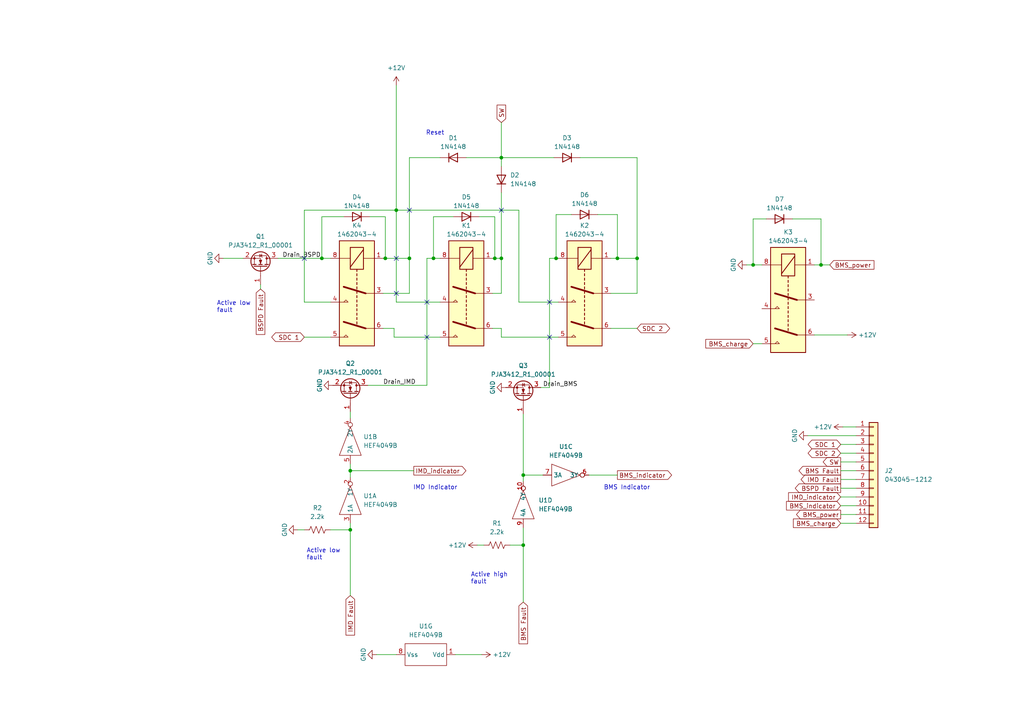
<source format=kicad_sch>
(kicad_sch (version 20230121) (generator eeschema)
  (paper "A4")
  (lib_symbols
    (symbol "+12V_1" (power) (pin_names (offset 0))
      (property "Value" "+12V_1" (at 0 3.556 0))
      (symbol "+12V_1_0_1"
        (polyline (pts (xy -0.762 1.27) (xy 0 2.54)))
        (polyline (pts (xy 0 0) (xy 0 2.54)))
        (polyline (pts (xy 0 2.54) (xy 0.762 1.27)))
      )
      (symbol "+12V_1_1_1"
        (pin power_in line (at 0 0 90) (length 0) hide (name "+12V") (number "1"))
      )
    )
    (symbol "+12V_2" (power) (pin_names (offset 0))
      (property "Value" "+12V_2" (at 0 3.556 0))
      (symbol "+12V_2_0_1"
        (polyline (pts (xy -0.762 1.27) (xy 0 2.54)))
        (polyline (pts (xy 0 0) (xy 0 2.54)))
        (polyline (pts (xy 0 2.54) (xy 0.762 1.27)))
      )
      (symbol "+12V_2_1_1"
        (pin power_in line (at 0 0 90) (length 0) hide (name "+12V") (number "1"))
      )
    )
    (symbol "+12V_3" (power) (pin_names (offset 0))
      (property "Value" "+12V_3" (at 0 3.556 0))
      (symbol "+12V_3_0_1"
        (polyline (pts (xy -0.762 1.27) (xy 0 2.54)))
        (polyline (pts (xy 0 0) (xy 0 2.54)))
        (polyline (pts (xy 0 2.54) (xy 0.762 1.27)))
      )
      (symbol "+12V_3_1_1"
        (pin power_in line (at 0 0 90) (length 0) hide (name "+12V") (number "1"))
      )
    )
    (symbol "+12V_4" (power) (pin_names (offset 0))
      (property "Value" "+12V_4" (at 0 3.556 0))
      (symbol "+12V_4_0_1"
        (polyline (pts (xy -0.762 1.27) (xy 0 2.54)))
        (polyline (pts (xy 0 0) (xy 0 2.54)))
        (polyline (pts (xy 0 2.54) (xy 0.762 1.27)))
      )
      (symbol "+12V_4_1_1"
        (pin power_in line (at 0 0 90) (length 0) hide (name "+12V") (number "1"))
      )
    )
    (symbol "BUK7M8R0-40EX_1" (pin_names hide)
      (property "Reference" "Q2" (at 8.89 0 90))
      (property "Value" "PJA3412_R1_00001" (at 6.35 0 90))
      (symbol "BUK7M8R0-40EX_1_0_1"
        (polyline (pts (xy 0.254 0) (xy -2.54 0)))
        (polyline (pts (xy 0.254 1.905) (xy 0.254 -1.905)) (stroke (width 0.254)))
        (polyline (pts (xy 0.762 -1.27) (xy 0.762 -2.286)) (stroke (width 0.254)))
        (polyline (pts (xy 0.762 0.508) (xy 0.762 -0.508)) (stroke (width 0.254)))
        (polyline (pts (xy 0.762 2.286) (xy 0.762 1.27)) (stroke (width 0.254)))
        (polyline (pts (xy 2.54 2.54) (xy 2.54 1.778)))
        (polyline (pts (xy 2.54 -2.54) (xy 2.54 0) (xy 0.762 0)))
        (polyline (pts (xy 0.762 -1.778) (xy 3.302 -1.778) (xy 3.302 1.778) (xy 0.762 1.778)))
        (polyline (pts (xy 1.016 0) (xy 2.032 0.381) (xy 2.032 -0.381) (xy 1.016 0)) (fill (type outline)))
        (polyline (pts (xy 2.794 0.508) (xy 2.921 0.381) (xy 3.683 0.381) (xy 3.81 0.254)))
        (polyline (pts (xy 3.302 0.381) (xy 2.921 -0.254) (xy 3.683 -0.254) (xy 3.302 0.381)))
        (circle (center 1.651 0) (radius 2.794) (stroke (width 0.254)))
        (circle (center 2.54 -1.778) (radius 0.254) (fill (type outline)))
        (circle (center 2.54 1.778) (radius 0.254) (fill (type outline)))
      )
      (symbol "BUK7M8R0-40EX_1_1_1"
        (pin passive line (at -5.08 0 0) (length 2.54) (name "G") (number "1"))
        (pin passive line (at 2.54 -5.08 90) (length 2.54) (name "S") (number "2"))
        (pin passive line (at 2.54 -5.08 90) (length 2.54) hide (name "S") (number "2"))
        (pin passive line (at 2.54 5.08 270) (length 2.54) (name "D") (number "3"))
        (pin passive line (at 2.54 -5.08 90) (length 2.54) hide (name "S") (number "3"))
      )
    )
    (symbol "Connector_Generic:Conn_01x12" (pin_names (offset 1.016) hide)
      (property "Reference" "J" (at 0 15.24 0))
      (property "Value" "Conn_01x12" (at 0 -17.78 0))
      (symbol "Conn_01x12_1_1"
        (rectangle (start -1.27 -15.113) (end 0 -15.367) (stroke (width 0.1524)))
        (rectangle (start -1.27 -12.573) (end 0 -12.827) (stroke (width 0.1524)))
        (rectangle (start -1.27 -10.033) (end 0 -10.287) (stroke (width 0.1524)))
        (rectangle (start -1.27 -7.493) (end 0 -7.747) (stroke (width 0.1524)))
        (rectangle (start -1.27 -4.953) (end 0 -5.207) (stroke (width 0.1524)))
        (rectangle (start -1.27 -2.413) (end 0 -2.667) (stroke (width 0.1524)))
        (rectangle (start -1.27 0.127) (end 0 -0.127) (stroke (width 0.1524)))
        (rectangle (start -1.27 2.667) (end 0 2.413) (stroke (width 0.1524)))
        (rectangle (start -1.27 5.207) (end 0 4.953) (stroke (width 0.1524)))
        (rectangle (start -1.27 7.747) (end 0 7.493) (stroke (width 0.1524)))
        (rectangle (start -1.27 10.287) (end 0 10.033) (stroke (width 0.1524)))
        (rectangle (start -1.27 12.827) (end 0 12.573) (stroke (width 0.1524)))
        (rectangle (start -1.27 13.97) (end 1.27 -16.51) (stroke (width 0.254)) (fill (type background)))
        (pin passive line (at -5.08 12.7 0) (length 3.81) (name "Pin_1") (number "1"))
        (pin passive line (at -5.08 -10.16 0) (length 3.81) (name "Pin_10") (number "10"))
        (pin passive line (at -5.08 -12.7 0) (length 3.81) (name "Pin_11") (number "11"))
        (pin passive line (at -5.08 -15.24 0) (length 3.81) (name "Pin_12") (number "12"))
        (pin passive line (at -5.08 10.16 0) (length 3.81) (name "Pin_2") (number "2"))
        (pin passive line (at -5.08 7.62 0) (length 3.81) (name "Pin_3") (number "3"))
        (pin passive line (at -5.08 5.08 0) (length 3.81) (name "Pin_4") (number "4"))
        (pin passive line (at -5.08 2.54 0) (length 3.81) (name "Pin_5") (number "5"))
        (pin passive line (at -5.08 0 0) (length 3.81) (name "Pin_6") (number "6"))
        (pin passive line (at -5.08 -2.54 0) (length 3.81) (name "Pin_7") (number "7"))
        (pin passive line (at -5.08 -5.08 0) (length 3.81) (name "Pin_8") (number "8"))
        (pin passive line (at -5.08 -7.62 0) (length 3.81) (name "Pin_9") (number "9"))
      )
    )
    (symbol "Device:R_US" (pin_numbers hide) (pin_names (offset 0))
      (property "Reference" "R" (at 2.54 0 90))
      (property "Value" "R_US" (at -2.54 0 90))
      (symbol "R_US_0_1"
        (polyline (pts (xy 0 -2.286) (xy 0 -2.54)))
        (polyline (pts (xy 0 2.286) (xy 0 2.54)))
        (polyline (pts (xy 0 -0.762) (xy 1.016 -1.143) (xy 0 -1.524) (xy -1.016 -1.905) (xy 0 -2.286)))
        (polyline (pts (xy 0 0.762) (xy 1.016 0.381) (xy 0 0) (xy -1.016 -0.381) (xy 0 -0.762)))
        (polyline (pts (xy 0 2.286) (xy 1.016 1.905) (xy 0 1.524) (xy -1.016 1.143) (xy 0 0.762)))
      )
      (symbol "R_US_1_1"
        (pin passive line (at 0 3.81 270) (length 1.27) (name "~") (number "1"))
        (pin passive line (at 0 -3.81 90) (length 1.27) (name "~") (number "2"))
      )
    )
    (symbol "Diode:1N4148" (pin_numbers hide) (pin_names hide)
      (property "Reference" "D" (at 0 2.54 0))
      (property "Value" "1N4148" (at 0 -2.54 0))
      (symbol "1N4148_0_1"
        (polyline (pts (xy -1.27 1.27) (xy -1.27 -1.27)) (stroke (width 0.254)))
        (polyline (pts (xy 1.27 0) (xy -1.27 0)))
        (polyline (pts (xy 1.27 1.27) (xy 1.27 -1.27) (xy -1.27 0) (xy 1.27 1.27)) (stroke (width 0.254)))
      )
      (symbol "1N4148_1_1"
        (pin passive line (at -3.81 0 0) (length 2.54) (name "K") (number "1"))
        (pin passive line (at 3.81 0 180) (length 2.54) (name "A") (number "2"))
      )
    )
    (symbol "GND_1" (power) (pin_names (offset 0))
      (property "Value" "GND_1" (at 0 -3.81 0))
      (symbol "GND_1_0_1"
        (polyline (pts (xy 0 0) (xy 0 -1.27) (xy 1.27 -1.27) (xy 0 -2.54) (xy -1.27 -1.27) (xy 0 -1.27)))
      )
      (symbol "GND_1_1_1"
        (pin power_in line (at 0 0 270) (length 0) hide (name "GND") (number "1"))
      )
    )
    (symbol "GND_2" (power) (pin_names (offset 0))
      (property "Value" "GND_2" (at 0 -3.81 0))
      (symbol "GND_2_0_1"
        (polyline (pts (xy 0 0) (xy 0 -1.27) (xy 1.27 -1.27) (xy 0 -2.54) (xy -1.27 -1.27) (xy 0 -1.27)))
      )
      (symbol "GND_2_1_1"
        (pin power_in line (at 0 0 270) (length 0) hide (name "GND") (number "1"))
      )
    )
    (symbol "GND_3" (power) (pin_names (offset 0))
      (property "Value" "GND_3" (at 0 -3.81 0))
      (symbol "GND_3_0_1"
        (polyline (pts (xy 0 0) (xy 0 -1.27) (xy 1.27 -1.27) (xy 0 -2.54) (xy -1.27 -1.27) (xy 0 -1.27)))
      )
      (symbol "GND_3_1_1"
        (pin power_in line (at 0 0 270) (length 0) hide (name "GND") (number "1"))
      )
    )
    (symbol "GND_4" (power) (pin_names (offset 0))
      (property "Value" "GND_4" (at 0 -3.81 0))
      (symbol "GND_4_0_1"
        (polyline (pts (xy 0 0) (xy 0 -1.27) (xy 1.27 -1.27) (xy 0 -2.54) (xy -1.27 -1.27) (xy 0 -1.27)))
      )
      (symbol "GND_4_1_1"
        (pin power_in line (at 0 0 270) (length 0) hide (name "GND") (number "1"))
      )
    )
    (symbol "GND_5" (power) (pin_names (offset 0))
      (property "Value" "GND_5" (at 0 -3.81 0))
      (symbol "GND_5_0_1"
        (polyline (pts (xy 0 0) (xy 0 -1.27) (xy 1.27 -1.27) (xy 0 -2.54) (xy -1.27 -1.27) (xy 0 -1.27)))
      )
      (symbol "GND_5_1_1"
        (pin power_in line (at 0 0 270) (length 0) hide (name "GND") (number "1"))
      )
    )
    (symbol "GND_6" (power) (pin_names (offset 0))
      (property "Value" "GND_6" (at 0 -3.81 0))
      (symbol "GND_6_0_1"
        (polyline (pts (xy 0 0) (xy 0 -1.27) (xy 1.27 -1.27) (xy 0 -2.54) (xy -1.27 -1.27) (xy 0 -1.27)))
      )
      (symbol "GND_6_1_1"
        (pin power_in line (at 0 0 270) (length 0) hide (name "GND") (number "1"))
      )
    )
    (symbol "RT44xxxx_2"
      (property "Reference" "K4" (at -19.685 0 90))
      (property "Value" "1462043-4" (at -17.145 0 90))
      (symbol "RT44xxxx_2_0_1"
        (rectangle (start -15.24 5.08) (end 15.24 -5.08) (stroke (width 0.254)) (fill (type background)))
        (rectangle (start -13.335 1.905) (end -6.985 -1.905) (stroke (width 0.254)))
        (polyline (pts (xy -12.7 -1.905) (xy -7.62 1.905)) (stroke (width 0.254)))
        (polyline (pts (xy -10.16 -5.08) (xy -10.16 -1.905)))
        (polyline (pts (xy -10.16 5.08) (xy -10.16 1.905)))
        (polyline (pts (xy -6.985 0) (xy -6.35 0)) (stroke (width 0.254)))
        (polyline (pts (xy -5.715 0) (xy -5.08 0)) (stroke (width 0.254)))
        (polyline (pts (xy -4.445 0) (xy -3.81 0)) (stroke (width 0.254)))
        (polyline (pts (xy -3.175 0) (xy -2.54 0)) (stroke (width 0.254)))
        (polyline (pts (xy -1.905 0) (xy -1.27 0)) (stroke (width 0.254)))
        (polyline (pts (xy -0.635 0) (xy 0 0)) (stroke (width 0.254)))
        (polyline (pts (xy 0 -2.54) (xy -1.905 3.81)) (stroke (width 0.508)))
        (polyline (pts (xy 0 -2.54) (xy 0 -5.08)))
        (polyline (pts (xy 0.635 0) (xy 1.27 0)) (stroke (width 0.254)))
        (polyline (pts (xy 1.905 0) (xy 2.54 0)) (stroke (width 0.254)))
        (polyline (pts (xy 3.175 0) (xy 3.81 0)) (stroke (width 0.254)))
        (polyline (pts (xy 4.445 0) (xy 5.08 0)) (stroke (width 0.254)))
        (polyline (pts (xy 5.715 0) (xy 6.35 0)) (stroke (width 0.254)))
        (polyline (pts (xy 6.985 0) (xy 7.62 0)) (stroke (width 0.254)))
        (polyline (pts (xy 8.255 0) (xy 8.89 0)) (stroke (width 0.254)))
        (polyline (pts (xy 10.16 -2.54) (xy 8.255 3.81)) (stroke (width 0.508)))
        (polyline (pts (xy 10.16 -2.54) (xy 10.16 -5.08)))
        (polyline (pts (xy 2.54 5.08) (xy 2.54 2.54) (xy 1.905 3.175) (xy 2.54 3.81)))
        (polyline (pts (xy 12.7 5.08) (xy 12.7 2.54) (xy 12.065 3.175) (xy 12.7 3.81)))
      )
      (symbol "RT44xxxx_2_1_1"
        (pin passive line (at -10.16 -7.62 90) (length 2.54) (name "~") (number "1"))
        (pin passive line (at 0 -7.62 90) (length 2.54) (name "~") (number "3"))
        (pin passive line (at 2.54 7.62 270) (length 2.54) (name "~") (number "4"))
        (pin passive line (at 12.7 7.62 270) (length 2.54) (name "~") (number "5"))
        (pin passive line (at 10.16 -7.62 90) (length 2.54) (name "~") (number "6"))
        (pin passive line (at -10.16 7.62 270) (length 2.54) (name "~") (number "8"))
      )
    )
    (symbol "Random:HEF4049B"
      (property "Reference" "U" (at -1.905 7.62 0))
      (property "Value" "HEF4049B" (at 7.62 0 0))
      (symbol "HEF4049B_1_1"
        (polyline (pts (xy 0 3.175) (xy 0 -3.175) (xy 8.255 0) (xy 0 3.175)))
        (pin output inverted (at 10.795 0 180) (length 2.54) (name "1Y") (number "2"))
        (pin input line (at -2.54 0 0) (length 2.54) (name "1A") (number "3"))
      )
      (symbol "HEF4049B_2_1"
        (polyline (pts (xy 0 3.175) (xy 0 -3.175) (xy 8.255 0) (xy 0 3.175)))
        (pin output inverted (at 10.795 0 180) (length 2.54) (name "2Y") (number "4"))
        (pin input line (at -2.54 0 0) (length 2.54) (name "2A") (number "5"))
      )
      (symbol "HEF4049B_3_1"
        (polyline (pts (xy 0 3.175) (xy 0 -3.175) (xy 8.255 0) (xy 0 3.175)))
        (pin output inverted (at 10.795 0 180) (length 2.54) (name "3Y") (number "6"))
        (pin input line (at -2.54 0 0) (length 2.54) (name "3A") (number "7"))
      )
      (symbol "HEF4049B_4_1"
        (polyline (pts (xy 0 3.175) (xy 0 -3.175) (xy 8.255 0) (xy 0 3.175)))
        (pin output inverted (at 10.795 0 180) (length 2.54) (name "4Y") (number "10"))
        (pin input line (at -2.54 0 0) (length 2.54) (name "4A") (number "9"))
      )
      (symbol "HEF4049B_5_1"
        (polyline (pts (xy 0 3.175) (xy 0 -3.175) (xy 8.255 0) (xy 0 3.175)))
        (pin input line (at -2.54 0 0) (length 2.54) (name "5A") (number "11"))
        (pin output inverted (at 10.795 0 180) (length 2.54) (name "5Y") (number "12"))
      )
      (symbol "HEF4049B_6_1"
        (polyline (pts (xy 0 3.175) (xy 0 -3.175) (xy 8.255 0) (xy 0 3.175)))
        (pin input line (at -2.54 0 0) (length 2.54) (name "6A") (number "14"))
        (pin output inverted (at 10.795 0 180) (length 2.54) (name "6Y") (number "15"))
      )
      (symbol "HEF4049B_7_1"
        (rectangle (start 0 3.175) (end 12.065 -3.175))
        (pin power_in line (at 14.605 0 180) (length 2.54) (name "Vdd") (number "1"))
        (pin power_in line (at -2.54 0 0) (length 2.54) (name "Vss") (number "8"))
      )
    )
    (symbol "power:+12V" (power) (pin_names (offset 0))
      (property "Value" "+12V" (at 0 3.556 0))
      (symbol "+12V_0_1"
        (polyline (pts (xy -0.762 1.27) (xy 0 2.54)))
        (polyline (pts (xy 0 0) (xy 0 2.54)))
        (polyline (pts (xy 0 2.54) (xy 0.762 1.27)))
      )
      (symbol "+12V_1_1"
        (pin power_in line (at 0 0 90) (length 0) hide (name "+12V") (number "1"))
      )
    )
    (symbol "power:GND" (power) (pin_names (offset 0))
      (property "Value" "GND" (at 0 -3.81 0))
      (symbol "GND_0_1"
        (polyline (pts (xy 0 0) (xy 0 -1.27) (xy 1.27 -1.27) (xy 0 -2.54) (xy -1.27 -1.27) (xy 0 -1.27)))
      )
      (symbol "GND_1_1"
        (pin power_in line (at 0 0 270) (length 0) hide (name "GND") (number "1"))
      )
    )
  )
  (junction (at 101.6 136.525))
  (junction (at 179.07 74.93))
  (junction (at 145.415 74.93))
  (junction (at 218.44 76.835))
  (junction (at 151.765 137.795))
  (junction (at 111.76 74.93))
  (junction (at 93.345 74.93))
  (junction (at 161.29 74.93))
  (junction (at 125.73 74.93))
  (junction (at 143.51 74.93))
  (junction (at 151.765 158.115))
  (junction (at 145.415 45.72))
  (junction (at 114.935 60.96))
  (junction (at 184.785 74.93))
  (junction (at 118.745 74.93))
  (junction (at 238.125 76.835))
  (junction (at 101.6 153.67))
  (no_connect (at 114.935 85.09))
  (no_connect (at 123.825 97.79))
  (no_connect (at 88.265 74.93))
  (no_connect (at 159.385 97.79))
  (no_connect (at 159.385 87.63))
  (no_connect (at 114.935 74.93))
  (no_connect (at 145.415 60.96))
  (no_connect (at 118.745 60.96))
  (no_connect (at 123.825 87.63))
  (wire (pts (xy 114.935 24.765) (xy 114.935 60.96)))
  (wire (pts (xy 114.935 60.96) (xy 150.495 60.96)))
  (wire (pts (xy 184.785 85.09) (xy 184.785 74.93)))
  (wire (pts (xy 88.265 97.79) (xy 95.885 97.79)))
  (wire (pts (xy 142.875 95.25) (xy 145.415 95.25)))
  (wire (pts (xy 132.08 189.865) (xy 139.7 189.865)))
  (wire (pts (xy 179.07 62.23) (xy 179.07 74.93)))
  (wire (pts (xy 243.84 144.145) (xy 248.285 144.145)))
  (wire (pts (xy 143.51 62.865) (xy 143.51 74.93)))
  (wire (pts (xy 243.84 136.525) (xy 248.285 136.525)))
  (wire (pts (xy 147.955 158.115) (xy 151.765 158.115)))
  (wire (pts (xy 165.735 62.23) (xy 161.29 62.23)))
  (wire (pts (xy 161.29 62.23) (xy 161.29 74.93)))
  (wire (pts (xy 145.415 35.56) (xy 145.415 45.72)))
  (wire (pts (xy 145.415 45.72) (xy 160.655 45.72)))
  (wire (pts (xy 143.51 74.93) (xy 142.875 74.93)))
  (wire (pts (xy 244.475 123.825) (xy 248.285 123.825)))
  (wire (pts (xy 151.765 120.015) (xy 151.765 137.795)))
  (wire (pts (xy 101.6 151.765) (xy 101.6 153.67)))
  (wire (pts (xy 159.385 112.395) (xy 156.845 112.395)))
  (wire (pts (xy 80.645 74.93) (xy 93.345 74.93)))
  (wire (pts (xy 101.6 119.38) (xy 101.6 121.285)))
  (wire (pts (xy 150.495 60.96) (xy 150.495 87.63)))
  (wire (pts (xy 118.745 74.93) (xy 111.76 74.93)))
  (wire (pts (xy 95.885 153.67) (xy 101.6 153.67)))
  (wire (pts (xy 238.125 63.5) (xy 238.125 76.835)))
  (wire (pts (xy 75.565 82.55) (xy 75.565 83.82)))
  (wire (pts (xy 99.695 62.865) (xy 93.345 62.865)))
  (wire (pts (xy 184.785 74.93) (xy 179.07 74.93)))
  (wire (pts (xy 145.415 55.88) (xy 145.415 74.93)))
  (wire (pts (xy 238.125 76.835) (xy 240.665 76.835)))
  (wire (pts (xy 111.76 62.865) (xy 111.76 74.93)))
  (wire (pts (xy 184.785 45.72) (xy 184.785 74.93)))
  (wire (pts (xy 151.765 137.795) (xy 157.48 137.795)))
  (wire (pts (xy 93.345 62.865) (xy 93.345 74.93)))
  (wire (pts (xy 243.84 139.065) (xy 248.285 139.065)))
  (wire (pts (xy 127.635 45.72) (xy 118.745 45.72)))
  (wire (pts (xy 93.345 74.93) (xy 95.885 74.93)))
  (wire (pts (xy 161.29 74.93) (xy 161.925 74.93)))
  (wire (pts (xy 101.6 136.525) (xy 101.6 138.43)))
  (wire (pts (xy 216.535 76.835) (xy 218.44 76.835)))
  (wire (pts (xy 139.065 62.865) (xy 143.51 62.865)))
  (wire (pts (xy 114.3 97.79) (xy 127.635 97.79)))
  (wire (pts (xy 236.22 76.835) (xy 238.125 76.835)))
  (wire (pts (xy 64.77 74.93) (xy 70.485 74.93)))
  (wire (pts (xy 114.935 60.96) (xy 88.265 60.96)))
  (wire (pts (xy 101.6 136.525) (xy 120.015 136.525)))
  (wire (pts (xy 114.3 95.25) (xy 111.125 95.25)))
  (wire (pts (xy 125.73 62.865) (xy 125.73 74.93)))
  (wire (pts (xy 168.275 45.72) (xy 184.785 45.72)))
  (wire (pts (xy 118.745 85.09) (xy 118.745 74.93)))
  (wire (pts (xy 243.84 151.765) (xy 248.285 151.765)))
  (wire (pts (xy 150.495 87.63) (xy 161.925 87.63)))
  (wire (pts (xy 151.765 158.115) (xy 151.765 174.625)))
  (wire (pts (xy 220.98 99.695) (xy 218.44 99.695)))
  (wire (pts (xy 236.22 97.155) (xy 245.745 97.155)))
  (wire (pts (xy 173.355 62.23) (xy 179.07 62.23)))
  (wire (pts (xy 159.385 74.93) (xy 161.29 74.93)))
  (wire (pts (xy 114.935 87.63) (xy 127.635 87.63)))
  (wire (pts (xy 170.815 137.795) (xy 179.07 137.795)))
  (wire (pts (xy 138.43 158.115) (xy 140.335 158.115)))
  (wire (pts (xy 145.415 45.72) (xy 135.255 45.72)))
  (wire (pts (xy 118.745 45.72) (xy 118.745 74.93)))
  (wire (pts (xy 123.825 74.93) (xy 125.73 74.93)))
  (wire (pts (xy 218.44 63.5) (xy 222.25 63.5)))
  (wire (pts (xy 243.84 146.685) (xy 248.285 146.685)))
  (wire (pts (xy 107.315 62.865) (xy 111.76 62.865)))
  (wire (pts (xy 111.125 85.09) (xy 118.745 85.09)))
  (wire (pts (xy 145.415 85.09) (xy 145.415 74.93)))
  (wire (pts (xy 243.84 133.985) (xy 248.285 133.985)))
  (wire (pts (xy 229.87 63.5) (xy 238.125 63.5)))
  (wire (pts (xy 123.825 74.93) (xy 123.825 111.76)))
  (wire (pts (xy 218.44 76.835) (xy 220.98 76.835)))
  (wire (pts (xy 179.07 74.93) (xy 177.165 74.93)))
  (wire (pts (xy 114.3 95.25) (xy 114.3 97.79)))
  (wire (pts (xy 218.44 63.5) (xy 218.44 76.835)))
  (wire (pts (xy 101.6 134.62) (xy 101.6 136.525)))
  (wire (pts (xy 109.22 189.865) (xy 114.935 189.865)))
  (wire (pts (xy 151.765 153.035) (xy 151.765 158.115)))
  (wire (pts (xy 114.935 60.96) (xy 114.935 87.63)))
  (wire (pts (xy 145.415 74.93) (xy 143.51 74.93)))
  (wire (pts (xy 145.415 97.79) (xy 161.925 97.79)))
  (wire (pts (xy 123.825 111.76) (xy 106.68 111.76)))
  (wire (pts (xy 177.165 95.25) (xy 184.785 95.25)))
  (wire (pts (xy 243.84 128.905) (xy 248.285 128.905)))
  (wire (pts (xy 142.875 85.09) (xy 145.415 85.09)))
  (wire (pts (xy 177.165 85.09) (xy 184.785 85.09)))
  (wire (pts (xy 131.445 62.865) (xy 125.73 62.865)))
  (wire (pts (xy 111.76 74.93) (xy 111.125 74.93)))
  (wire (pts (xy 88.265 87.63) (xy 95.885 87.63)))
  (wire (pts (xy 86.36 153.67) (xy 88.265 153.67)))
  (wire (pts (xy 101.6 153.67) (xy 101.6 172.72)))
  (wire (pts (xy 145.415 45.72) (xy 145.415 48.26)))
  (wire (pts (xy 151.765 137.795) (xy 151.765 139.7)))
  (wire (pts (xy 234.315 126.365) (xy 248.285 126.365)))
  (wire (pts (xy 88.265 60.96) (xy 88.265 87.63)))
  (wire (pts (xy 145.415 95.25) (xy 145.415 97.79)))
  (wire (pts (xy 125.73 74.93) (xy 127.635 74.93)))
  (wire (pts (xy 243.84 149.225) (xy 248.285 149.225)))
  (wire (pts (xy 243.84 141.605) (xy 248.285 141.605)))
  (wire (pts (xy 159.385 74.93) (xy 159.385 112.395)))
  (wire (pts (xy 243.84 131.445) (xy 248.285 131.445)))
  (text "Active low \nfault" (at 62.865 90.805 0) (effects (font (size 1.27 1.27)) (justify left bottom)))
  (text "Active high\nfault\n" (at 136.525 169.545 0) (effects (font (size 1.27 1.27)) (justify left bottom)))
  (text "Reset\n" (at 128.905 39.37 0) (effects (font (size 1.27 1.27)) (justify right bottom)))
  (text "Active low\nfault" (at 88.9 162.56 0) (effects (font (size 1.27 1.27)) (justify left bottom)))
  (text "IMD Indicator" (at 132.715 142.24 0) (effects (font (size 1.27 1.27)) (justify right bottom)))
  (text "BMS Indicator" (at 188.595 142.24 0) (effects (font (size 1.27 1.27)) (justify right bottom)))
  (label "Drain_BMS" (at 157.48 112.395 0))
  (label "Drain_BSPD" (at 81.915 74.93 0))
  (label "Drain_IMD" (at 111.125 111.76 0))
  (global_label "SW" (shape output) (at 243.84 133.985 180) (property "Intersheetrefs" "${INTERSHEET_REFS}" (effects hide)))
  (global_label "BMS_charge" (shape input) (at 218.44 99.695 180) (property "Intersheetrefs" "${INTERSHEET_REFS}" (effects hide)))
  (global_label "SDC 2" (shape bidirectional) (at 243.84 131.445 180) (property "Intersheetrefs" "${INTERSHEET_REFS}" (effects hide)))
  (global_label "SDC 2" (shape bidirectional) (at 184.785 95.25 0) (property "Intersheetrefs" "${INTERSHEET_REFS}" (effects hide)))
  (global_label "IMD Fault" (shape output) (at 243.84 139.065 180) (property "Intersheetrefs" "${INTERSHEET_REFS}" (effects hide)))
  (global_label "BSPD Fault" (shape output) (at 243.84 141.605 180) (property "Intersheetrefs" "${INTERSHEET_REFS}" (effects hide)))
  (global_label "BMS Fault" (shape output) (at 243.84 136.525 180) (property "Intersheetrefs" "${INTERSHEET_REFS}" (effects hide)))
  (global_label "BMS_power" (shape output) (at 243.84 149.225 180) (property "Intersheetrefs" "${INTERSHEET_REFS}" (effects hide)))
  (global_label "SDC 1" (shape bidirectional) (at 243.84 128.905 180) (property "Intersheetrefs" "${INTERSHEET_REFS}" (effects hide)))
  (global_label "SDC 1" (shape bidirectional) (at 88.265 97.79 180) (property "Intersheetrefs" "${INTERSHEET_REFS}" (effects hide)))
  (global_label "BMS_indicator" (shape output) (at 179.07 137.795 0) (property "Intersheetrefs" "${INTERSHEET_REFS}" (effects hide)))
  (global_label "BMS_charge" (shape input) (at 243.84 151.765 180) (property "Intersheetrefs" "${INTERSHEET_REFS}" (effects hide)))
  (global_label "BSPD Fault" (shape input) (at 75.565 83.82 270) (property "Intersheetrefs" "${INTERSHEET_REFS}" (effects hide)))
  (global_label "IMD_indicator" (shape input) (at 243.84 144.145 180) (property "Intersheetrefs" "${INTERSHEET_REFS}" (effects hide)))
  (global_label "SW" (shape input) (at 145.415 35.56 90) (property "Intersheetrefs" "${INTERSHEET_REFS}" (effects hide)))
  (global_label "IMD Fault" (shape input) (at 101.6 172.72 270) (property "Intersheetrefs" "${INTERSHEET_REFS}" (effects hide)))
  (global_label "BMS_power" (shape input) (at 240.665 76.835 0) (property "Intersheetrefs" "${INTERSHEET_REFS}" (effects hide)))
  (global_label "IMD_indicator" (shape output) (at 120.015 136.525 0) (property "Intersheetrefs" "${INTERSHEET_REFS}" (effects hide)))
  (global_label "BMS Fault" (shape input) (at 151.765 174.625 270) (property "Intersheetrefs" "${INTERSHEET_REFS}" (effects hide)))
  (global_label "BMS_indicator" (shape input) (at 243.84 146.685 180) (property "Intersheetrefs" "${INTERSHEET_REFS}" (effects hide)))
  (symbol (lib_id "Diode:1N4148") (at 131.445 45.72 0) (unit 1)
    (property "Reference" "D1" (at 131.445 40.005 0))
    (property "Value" "1N4148" (at 131.445 42.545 0))
    (property "Footprint" "Diode_THT:D_DO-35_SOD27_P7.62mm_Horizontal" (effects hide))
    (property "Datasheet" "https://assets.nexperia.com/documents/data-sheet/1N4148_1N4448.pdf" (effects hide))
    (property "Sim.Device" "D" (effects hide))
    (property "Sim.Pins" "1=K 2=A" (effects hide))
  )
  (symbol (lib_name "+12V_1") (lib_id "power:+12V") (at 245.745 97.155 270) (unit 1)
    (property "Reference" "#PWR012" (effects hide))
    (property "Value" "+12V" (at 248.92 97.155 90) (effects (justify left)))
  )
  (symbol (lib_name "RT44xxxx_2") (lib_id "Relay:RT44xxxx") (at 103.505 85.09 90) (mirror x) (unit 1)
    (property "Reference" "K4" (at 103.505 65.405 90))
    (property "Value" "1462043-4" (at 103.505 67.945 90))
    (property "Footprint" "Relay_SMD:Relay_DPDT_AXICOM_IMSeries_JLeg" (effects hide))
    (property "Datasheet" "http://www.te.com/commerce/DocumentDelivery/DDEController?Action=showdoc&DocId=Data+Sheet%7FRT2%7F1014%7Fpdf%7FEnglish%7FENG_DS_RT2_1014.pdf%7F6-1393243-3" (effects hide))
  )
  (symbol (lib_id "Diode:1N4148") (at 226.06 63.5 180) (unit 1)
    (property "Reference" "D7" (at 226.06 57.785 0))
    (property "Value" "1N4148" (at 226.06 60.325 0))
    (property "Footprint" "Diode_THT:D_DO-35_SOD27_P7.62mm_Horizontal" (effects hide))
    (property "Datasheet" "https://assets.nexperia.com/documents/data-sheet/1N4148_1N4448.pdf" (effects hide))
    (property "Sim.Device" "D" (effects hide))
    (property "Sim.Pins" "1=K 2=A" (effects hide))
  )
  (symbol (lib_name "GND_6") (lib_id "power:GND") (at 146.685 112.395 270) (unit 1)
    (property "Reference" "#PWR05" (effects hide))
    (property "Value" "GND" (at 142.875 112.395 0))
  )
  (symbol (lib_name "RT44xxxx_2") (lib_id "Relay:RT44xxxx") (at 135.255 85.09 90) (mirror x) (unit 1)
    (property "Reference" "K1" (at 135.255 65.405 90))
    (property "Value" "1462043-4" (at 135.255 67.945 90))
    (property "Footprint" "Relay_SMD:Relay_DPDT_AXICOM_IMSeries_JLeg" (effects hide))
    (property "Datasheet" "http://www.te.com/commerce/DocumentDelivery/DDEController?Action=showdoc&DocId=Data+Sheet%7FRT2%7F1014%7Fpdf%7FEnglish%7FENG_DS_RT2_1014.pdf%7F6-1393243-3" (effects hide))
  )
  (symbol (lib_id "Diode:1N4148") (at 103.505 62.865 180) (unit 1)
    (property "Reference" "D4" (at 103.505 57.15 0))
    (property "Value" "1N4148" (at 103.505 59.69 0))
    (property "Footprint" "Diode_THT:D_DO-35_SOD27_P7.62mm_Horizontal" (effects hide))
    (property "Datasheet" "https://assets.nexperia.com/documents/data-sheet/1N4148_1N4448.pdf" (effects hide))
    (property "Sim.Device" "D" (effects hide))
    (property "Sim.Pins" "1=K 2=A" (effects hide))
  )
  (symbol (lib_name "+12V_4") (lib_id "power:+12V") (at 114.935 24.765 0) (unit 1)
    (property "Reference" "#PWR03" (effects hide))
    (property "Value" "+12V" (at 114.935 19.685 0))
  )
  (symbol (lib_id "Random:HEF4049B") (at 151.765 150.495 90) (unit 4)
    (property "Reference" "U1" (at 156.21 145.0975 90) (effects (justify right)))
    (property "Value" "HEF4049B" (at 156.21 147.6375 90) (effects (justify right)))
    (property "Footprint" "Package_SO:SO-16_3.9x9.9mm_P1.27mm" (effects hide))
  )
  (symbol (lib_name "BUK7M8R0-40EX_1") (lib_id "Transistor_FET:BUK7M8R0-40EX") (at 75.565 77.47 270) (mirror x) (unit 1)
    (property "Reference" "Q1" (at 75.565 68.58 90))
    (property "Value" "PJA3412_R1_00001" (at 75.565 71.12 90))
    (property "Footprint" "Package_TO_SOT_SMD:SOT-23" (effects hide))
    (property "Datasheet" "https://assets.nexperia.com/documents/data-sheet/BUK7M8R0-40E.pdf" (effects hide))
  )
  (symbol (lib_name "GND_3") (lib_id "power:GND") (at 216.535 76.835 270) (unit 1)
    (property "Reference" "#PWR011" (effects hide))
    (property "Value" "GND" (at 212.725 76.835 0))
  )
  (symbol (lib_id "Diode:1N4148") (at 145.415 52.07 90) (unit 1)
    (property "Reference" "D2" (at 147.955 50.8 90) (effects (justify right)))
    (property "Value" "1N4148" (at 147.955 53.34 90) (effects (justify right)))
    (property "Footprint" "Diode_THT:D_DO-35_SOD27_P7.62mm_Horizontal" (effects hide))
    (property "Datasheet" "https://assets.nexperia.com/documents/data-sheet/1N4148_1N4448.pdf" (effects hide))
    (property "Sim.Device" "D" (effects hide))
    (property "Sim.Pins" "1=K 2=A" (effects hide))
  )
  (symbol (lib_id "power:GND") (at 109.22 189.865 270) (unit 1)
    (property "Reference" "#PWR09" (effects hide))
    (property "Value" "GND" (at 105.41 189.865 0))
  )
  (symbol (lib_id "power:+12V") (at 139.7 189.865 270) (unit 1)
    (property "Reference" "#PWR010" (effects hide))
    (property "Value" "+12V" (at 142.875 189.865 90) (effects (justify left)))
  )
  (symbol (lib_name "RT44xxxx_2") (lib_id "Relay:RT44xxxx") (at 169.545 85.09 90) (mirror x) (unit 1)
    (property "Reference" "K2" (at 169.545 65.405 90))
    (property "Value" "1462043-4" (at 169.545 67.945 90))
    (property "Footprint" "Relay_SMD:Relay_DPDT_AXICOM_IMSeries_JLeg" (effects hide))
    (property "Datasheet" "http://www.te.com/commerce/DocumentDelivery/DDEController?Action=showdoc&DocId=Data+Sheet%7FRT2%7F1014%7Fpdf%7FEnglish%7FENG_DS_RT2_1014.pdf%7F6-1393243-3" (effects hide))
  )
  (symbol (lib_id "Random:HEF4049B") (at 101.6 132.08 90) (unit 2)
    (property "Reference" "U1" (at 105.41 126.6825 90) (effects (justify right)))
    (property "Value" "HEF4049B" (at 105.41 129.2225 90) (effects (justify right)))
    (property "Footprint" "Package_SO:SO-16_3.9x9.9mm_P1.27mm" (effects hide))
  )
  (symbol (lib_name "+12V_3") (lib_id "power:+12V") (at 244.475 123.825 90) (unit 1)
    (property "Reference" "#PWR04" (effects hide))
    (property "Value" "+12V" (at 241.3 123.825 90) (effects (justify left)))
  )
  (symbol (lib_id "Random:HEF4049B") (at 117.475 189.865 0) (unit 7)
    (property "Reference" "U1" (at 123.5075 181.61 0))
    (property "Value" "HEF4049B" (at 123.5075 184.15 0))
    (property "Footprint" "Package_SO:SO-16_3.9x9.9mm_P1.27mm" (effects hide))
  )
  (symbol (lib_id "Device:R_US") (at 144.145 158.115 270) (unit 1)
    (property "Reference" "R1" (at 144.145 151.765 90))
    (property "Value" "2.2k" (at 144.145 154.305 90))
    (property "Footprint" "Resistor_THT:R_Axial_DIN0207_L6.3mm_D2.5mm_P7.62mm_Horizontal" (effects hide))
  )
  (symbol (lib_name "BUK7M8R0-40EX_1") (lib_id "Transistor_FET:BUK7M8R0-40EX") (at 101.6 114.3 270) (mirror x) (unit 1)
    (property "Reference" "Q2" (at 101.6 105.41 90))
    (property "Value" "PJA3412_R1_00001" (at 101.6 107.95 90))
    (property "Footprint" "Package_TO_SOT_SMD:SOT-23" (effects hide))
    (property "Datasheet" "https://assets.nexperia.com/documents/data-sheet/BUK7M8R0-40E.pdf" (effects hide))
  )
  (symbol (lib_name "GND_5") (lib_id "power:GND") (at 86.36 153.67 270) (unit 1)
    (property "Reference" "#PWR08" (effects hide))
    (property "Value" "GND" (at 82.55 153.67 0))
  )
  (symbol (lib_id "Random:HEF4049B") (at 101.6 149.225 90) (unit 1)
    (property "Reference" "U1" (at 105.41 143.8275 90) (effects (justify right)))
    (property "Value" "HEF4049B" (at 105.41 146.3675 90) (effects (justify right)))
    (property "Footprint" "Package_SO:SO-16_3.9x9.9mm_P1.27mm" (effects hide))
  )
  (symbol (lib_id "Diode:1N4148") (at 135.255 62.865 180) (unit 1)
    (property "Reference" "D5" (at 135.255 57.15 0))
    (property "Value" "1N4148" (at 135.255 59.69 0))
    (property "Footprint" "Diode_THT:D_DO-35_SOD27_P7.62mm_Horizontal" (effects hide))
    (property "Datasheet" "https://assets.nexperia.com/documents/data-sheet/1N4148_1N4448.pdf" (effects hide))
    (property "Sim.Device" "D" (effects hide))
    (property "Sim.Pins" "1=K 2=A" (effects hide))
  )
  (symbol (lib_id "Diode:1N4148") (at 164.465 45.72 180) (unit 1)
    (property "Reference" "D3" (at 164.465 40.005 0))
    (property "Value" "1N4148" (at 164.465 42.545 0))
    (property "Footprint" "Diode_THT:D_DO-35_SOD27_P7.62mm_Horizontal" (effects hide))
    (property "Datasheet" "https://assets.nexperia.com/documents/data-sheet/1N4148_1N4448.pdf" (effects hide))
    (property "Sim.Device" "D" (effects hide))
    (property "Sim.Pins" "1=K 2=A" (effects hide))
  )
  (symbol (lib_name "GND_2") (lib_id "power:GND") (at 96.52 111.76 270) (unit 1)
    (property "Reference" "#PWR02" (effects hide))
    (property "Value" "GND" (at 92.71 111.76 0))
  )
  (symbol (lib_id "Device:R_US") (at 92.075 153.67 270) (unit 1)
    (property "Reference" "R2" (at 92.075 147.32 90))
    (property "Value" "2.2k" (at 92.075 149.86 90))
    (property "Footprint" "Resistor_THT:R_Axial_DIN0207_L6.3mm_D2.5mm_P7.62mm_Horizontal" (effects hide))
  )
  (symbol (lib_id "Connector_Generic:Conn_01x12") (at 253.365 136.525 0) (unit 1)
    (property "Reference" "J2" (at 256.54 136.525 0) (effects (justify left)))
    (property "Value" "043045-1212" (at 256.54 139.065 0) (effects (justify left)))
    (property "Footprint" "Connector_Molex:Molex_Micro-Fit_3.0_43045-1212_2x06_P3.00mm_Vertical" (effects hide))
  )
  (symbol (lib_id "Random:HEF4049B") (at 160.02 137.795 0) (unit 3)
    (property "Reference" "U1" (at 164.1475 129.54 0))
    (property "Value" "HEF4049B" (at 164.1475 132.08 0))
    (property "Footprint" "Package_SO:SO-16_3.9x9.9mm_P1.27mm" (effects hide))
  )
  (symbol (lib_id "Diode:1N4148") (at 169.545 62.23 180) (unit 1)
    (property "Reference" "D6" (at 169.545 56.515 0))
    (property "Value" "1N4148" (at 169.545 59.055 0))
    (property "Footprint" "Diode_THT:D_DO-35_SOD27_P7.62mm_Horizontal" (effects hide))
    (property "Datasheet" "https://assets.nexperia.com/documents/data-sheet/1N4148_1N4448.pdf" (effects hide))
    (property "Sim.Device" "D" (effects hide))
    (property "Sim.Pins" "1=K 2=A" (effects hide))
  )
  (symbol (lib_name "BUK7M8R0-40EX_1") (lib_id "Transistor_FET:BUK7M8R0-40EX") (at 151.765 114.935 270) (mirror x) (unit 1)
    (property "Reference" "Q3" (at 151.765 106.045 90))
    (property "Value" "PJA3412_R1_00001" (at 151.765 108.585 90))
    (property "Footprint" "Package_TO_SOT_SMD:SOT-23" (effects hide))
    (property "Datasheet" "https://assets.nexperia.com/documents/data-sheet/BUK7M8R0-40E.pdf" (effects hide))
  )
  (symbol (lib_name "+12V_2") (lib_id "power:+12V") (at 138.43 158.115 90) (unit 1)
    (property "Reference" "#PWR07" (effects hide))
    (property "Value" "+12V" (at 135.255 158.115 90) (effects (justify left)))
  )
  (symbol (lib_name "RT44xxxx_2") (lib_id "Relay:RT44xxxx") (at 228.6 86.995 90) (mirror x) (unit 1)
    (property "Reference" "K3" (at 228.6 67.31 90))
    (property "Value" "1462043-4" (at 228.6 69.85 90))
    (property "Footprint" "Relay_SMD:Relay_DPDT_AXICOM_IMSeries_JLeg" (effects hide))
    (property "Datasheet" "http://www.te.com/commerce/DocumentDelivery/DDEController?Action=showdoc&DocId=Data+Sheet%7FRT2%7F1014%7Fpdf%7FEnglish%7FENG_DS_RT2_1014.pdf%7F6-1393243-3" (effects hide))
  )
  (symbol (lib_name "GND_1") (lib_id "power:GND") (at 64.77 74.93 270) (unit 1)
    (property "Reference" "#PWR01" (effects hide))
    (property "Value" "GND" (at 60.96 74.93 0))
  )
  (symbol (lib_name "GND_4") (lib_id "power:GND") (at 234.315 126.365 270) (unit 1)
    (property "Reference" "#PWR06" (effects hide))
    (property "Value" "GND" (at 230.505 126.365 0))
  )
)
</source>
